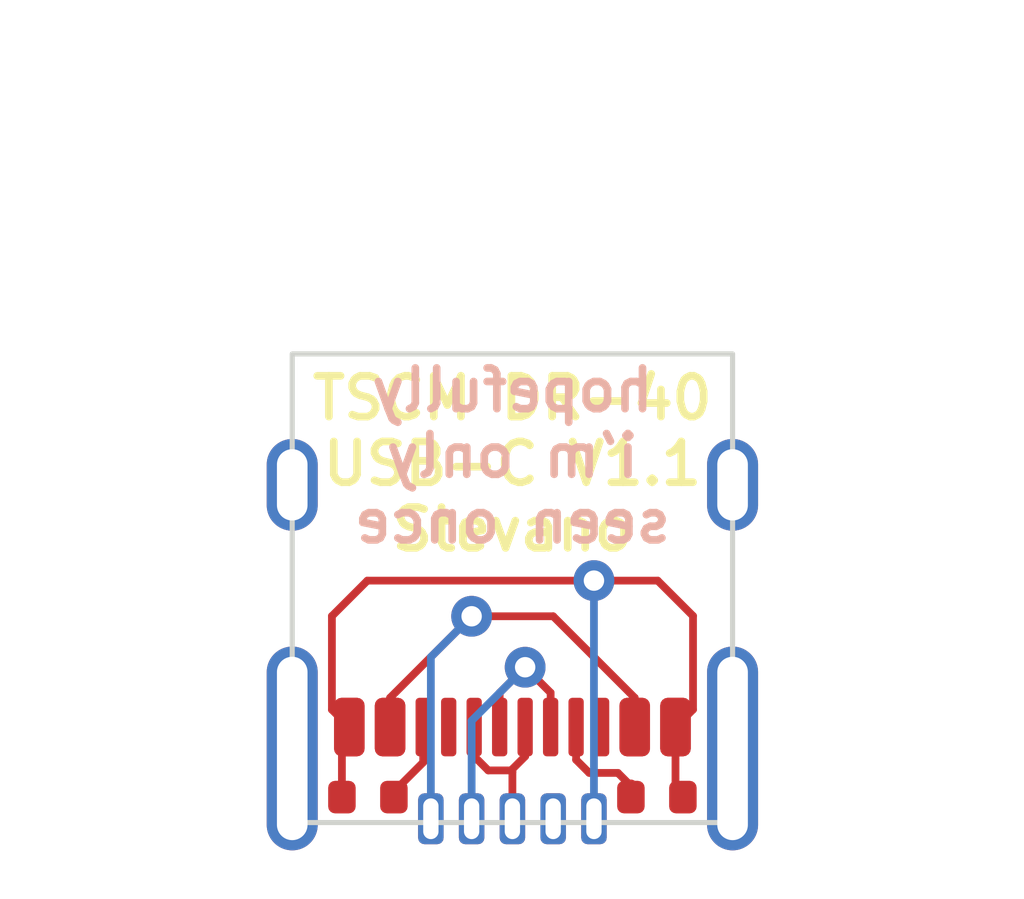
<source format=kicad_pcb>
(kicad_pcb (version 20221018) (generator pcbnew)
  (layers (0 "F.Cu" signal) (31 "B.Cu" signal) (34 "B.Paste" user) (35 "F.Paste" user) (36 "B.SilkS" user "B.Silkscreen") (37 "F.SilkS" user "F.Silkscreen") (38 "B.Mask" user) (39 "F.Mask" user) (44 "Edge.Cuts" user))
  (net 0 "")
  (net 1 "Net-(J1-VBUS)")
  (net 2 "Net-(J1-D-)")
  (net 3 "Net-(J1-D+)")
  (net 4 "Net-(J1-GND)")
  (net 5 "Net-(J2-CC1)")
  (net 6 "Net-(J2-CC2)")
  (footprint "Connector_USB:USB_C_Receptacle_GCT_USB4105-xx-A_16P_TopMnt_Horizontal" (layer "F.Cu") (at 64.4 68.645 180)
    (fp_text reference "J2" hide)
    (fp_text value "USB_C_Receptacle_USB2.0")
    (pad "" np_thru_hole circle (at -2.89 -2.605 180) (size 0.65 0.65) (drill 0.65) (layers "F&B.Cu" "*.Mask"))
    (pad "" np_thru_hole circle (at 2.89 -2.605 180) (size 0.65 0.65) (drill 0.65) (layers "F&B.Cu" "*.Mask"))
    (pad "A1" smd roundrect (at -3.2 -3.68 180) (size 0.6 1.15) (layers "F.Cu" "F.Paste" "F.Mask") (net 4 "Net-(J1-GND)"))
    (pad "A4" smd roundrect (at -2.4 -3.68 180) (size 0.6 1.15) (layers "F.Cu" "F.Paste" "F.Mask") (net 1 "Net-(J1-VBUS)"))
    (pad "A5" smd roundrect (at -1.25 -3.68 180) (size 0.3 1.15) (layers "F.Cu" "F.Paste" "F.Mask") (net 5 "Net-(J2-CC1)"))
    (pad "A6" smd roundrect (at -0.25 -3.68 180) (size 0.3 1.15) (layers "F.Cu" "F.Paste" "F.Mask") (net 3 "Net-(J1-D+)"))
    (pad "A7" smd roundrect (at 0.25 -3.68 180) (size 0.3 1.15) (layers "F.Cu" "F.Paste" "F.Mask") (net 2 "Net-(J1-D-)"))
    (pad "A8" smd roundrect (at 1.25 -3.68 180) (size 0.3 1.15) (layers "F.Cu" "F.Paste" "F.Mask"))
    (pad "A9" smd roundrect (at 2.4 -3.68 180) (size 0.6 1.15) (layers "F.Cu" "F.Paste" "F.Mask") (net 1 "Net-(J1-VBUS)"))
    (pad "A12" smd roundrect (at 3.2 -3.68 180) (size 0.6 1.15) (layers "F.Cu" "F.Paste" "F.Mask") (net 4 "Net-(J1-GND)"))
    (pad "B1" smd roundrect (at 3.2 -3.68 180) (size 0.6 1.15) (layers "F.Cu" "F.Paste" "F.Mask") (net 4 "Net-(J1-GND)"))
    (pad "B4" smd roundrect (at 2.4 -3.68 180) (size 0.6 1.15) (layers "F.Cu" "F.Paste" "F.Mask") (net 1 "Net-(J1-VBUS)"))
    (pad "B5" smd roundrect (at 1.75 -3.68 180) (size 0.3 1.15) (layers "F.Cu" "F.Paste" "F.Mask") (net 6 "Net-(J2-CC2)"))
    (pad "B6" smd roundrect (at 0.75 -3.68 180) (size 0.3 1.15) (layers "F.Cu" "F.Paste" "F.Mask") (net 3 "Net-(J1-D+)"))
    (pad "B7" smd roundrect (at -0.75 -3.68 180) (size 0.3 1.15) (layers "F.Cu" "F.Paste" "F.Mask") (net 2 "Net-(J1-D-)"))
    (pad "B8" smd roundrect (at -1.75 -3.68 180) (size 0.3 1.15) (layers "F.Cu" "F.Paste" "F.Mask"))
    (pad "B9" smd roundrect (at -2.4 -3.68 180) (size 0.6 1.15) (layers "F.Cu" "F.Paste" "F.Mask") (net 1 "Net-(J1-VBUS)"))
    (pad "B12" smd roundrect (at -3.2 -3.68 180) (size 0.6 1.15) (layers "F.Cu" "F.Paste" "F.Mask") (net 4 "Net-(J1-GND)"))
    (pad "S1" thru_hole oval (at -4.32 -4.1 180) (size 1 4) (drill oval 0.6 3.6) (property pad_prop_castellated) (layers "*.Cu" "*.Mask" "F.Paste"))
    (pad "S1" thru_hole oval (at -4.32 1.075 180) (size 1 1.8) (drill oval 0.6 1.4) (property pad_prop_castellated) (layers "*.Cu" "*.Mask" "F.Paste"))
    (pad "S1" thru_hole oval (at 4.32 -4.1 180) (size 1 4) (drill oval 0.6 3.6) (property pad_prop_castellated) (layers "*.Cu" "*.Mask" "F.Paste"))
    (pad "S1" thru_hole oval (at 4.32 1.075 180) (size 1 1.8) (drill oval 0.6 1.4) (property pad_prop_castellated) (layers "*.Cu" "*.Mask" "F.Paste"))
  )
  (footprint "Resistor_SMD:R_0402_1005Metric" (layer "F.Cu") (at 61.565 73.7 180)
    (fp_text reference "R2" hide)
    (fp_text value "5.1K")
    (pad "1" smd roundrect (at -0.51 0 180) (size 0.54 0.64) (layers "F.Cu" "F.Paste" "F.Mask") (net 6 "Net-(J2-CC2)"))
    (pad "2" smd roundrect (at 0.51 0 180) (size 0.54 0.64) (layers "F.Cu" "F.Paste" "F.Mask") (net 4 "Net-(J1-GND)"))
  )
  (footprint "Resistor_SMD:R_0402_1005Metric" (layer "F.Cu") (at 67.235 73.7)
    (fp_text reference "R1" hide)
    (fp_text value "5.1K")
    (pad "1" smd roundrect (at -0.51 0) (size 0.54 0.64) (layers "F.Cu" "F.Paste" "F.Mask") (net 5 "Net-(J2-CC1)"))
    (pad "2" smd roundrect (at 0.51 0) (size 0.54 0.64) (layers "F.Cu" "F.Paste" "F.Mask") (net 4 "Net-(J1-GND)"))
  )
  (footprint "Connector_USB:USB_Mini-B_Wuerth_65100516121_Horizontal" (layer "B.Cu") (at 64.4 72.275)
    (fp_text reference "J1" hide)
    (fp_text value "USB_B_Mini")
    (pad "1" thru_hole roundrect (at -1.6 1.85) (size 0.5 1) (drill oval 0.3 0.8) (property pad_prop_castellated) (layers "*.Cu" "*.Mask") (net 1 "Net-(J1-VBUS)"))
    (pad "2" thru_hole roundrect (at -0.8 1.85) (size 0.5 1) (drill oval 0.3 0.8) (property pad_prop_castellated) (layers "*.Cu" "*.Mask") (net 2 "Net-(J1-D-)"))
    (pad "3" thru_hole roundrect (at 0 1.85) (size 0.5 1) (drill oval 0.3 0.8) (property pad_prop_castellated) (layers "*.Cu" "*.Mask") (net 3 "Net-(J1-D+)"))
    (pad "4" thru_hole roundrect (at 0.8 1.85) (size 0.5 1) (drill oval 0.3 0.8) (property pad_prop_castellated) (layers "*.Cu" "*.Mask"))
    (pad "5" thru_hole roundrect (at 1.6 1.85) (size 0.5 1) (drill oval 0.3 0.8) (property pad_prop_castellated) (layers "*.Cu" "*.Mask") (net 4 "Net-(J1-GND)"))
  )
  (gr_rect locked (start 60.08 65) (end 68.72 74.2) (stroke (width 0.1)) (fill none) (layer "Edge.Cuts"))
  (gr_text "hopefully\ni'm only\nseen once\n" (at 64.4 67) (layer "B.SilkS") (effects (font (size 0.8 0.8)) (justify mirror)))
  (gr_text "TSCM DR-40\nUSB-C V1.1\nStevano" (at 64.4 65.4) (layer "F.SilkS") (effects (font (size 0.8 0.8) (thickness 0.15) bold) (justify top)))
  (segment (start 66.8 72.325) (end 66.8 71.750001) (width 0.1524) (layer "F.Cu") (net 1))
  (segment (start 62 72.325) (end 62 71.750001) (width 0.1524) (layer "F.Cu") (net 1))
  (segment (start 65.199999 70.15) (end 63.6 70.15) (width 0.1524) (layer "F.Cu") (net 1))
  (segment (start 62 71.750001) (end 63.6 70.15) (width 0.1524) (layer "F.Cu") (net 1))
  (segment (start 66.8 71.750001) (end 65.199999 70.15) (width 0.1524) (layer "F.Cu") (net 1))
  (via (at 63.6 70.15) (size 0.8) (drill 0.4) (layers "F.Cu" "B.Cu") (net 1))
  (segment (start 63.6 70.15) (end 62.8 70.95) (width 0.1524) (layer "B.Cu") (net 1))
  (segment (start 62.8 70.95) (end 62.8 74) (width 0.1524) (layer "B.Cu") (net 1))
  (segment (start 65.15 72.325) (end 65.15 71.6505) (width 0.1524) (layer "F.Cu") (net 2))
  (segment (start 65.15 71.6505) (end 64.65 71.1505) (width 0.1524) (layer "F.Cu") (net 2))
  (segment (start 64.15 72.325) (end 64.15 71.6505) (width 0.1524) (layer "F.Cu") (net 2))
  (segment (start 64.15 71.6505) (end 64.65 71.1505) (width 0.1524) (layer "F.Cu") (net 2))
  (via (at 64.65 71.1505) (size 0.8) (drill 0.4) (layers "F.Cu" "B.Cu") (net 2))
  (segment (start 63.6 72.2005) (end 63.6 74) (width 0.1524) (layer "B.Cu") (net 2))
  (segment (start 64.65 71.1505) (end 63.6 72.2005) (width 0.1524) (layer "B.Cu") (net 2))
  (segment (start 64.4 74) (end 64.4 73.202401) (width 0.1524) (layer "F.Cu") (net 3))
  (segment (start 63.65 72.899999) (end 63.65 72.325) (width 0.1524) (layer "F.Cu") (net 3))
  (segment (start 64.65 72.325) (end 64.65 72.899999) (width 0.1524) (layer "F.Cu") (net 3))
  (segment (start 64.373799 73.1762) (end 63.926201 73.1762) (width 0.1524) (layer "F.Cu") (net 3))
  (segment (start 64.4 73.202401) (end 64.373799 73.1762) (width 0.1524) (layer "F.Cu") (net 3))
  (segment (start 64.399999 73.15) (end 64.373799 73.1762) (width 0.1524) (layer "F.Cu") (net 3))
  (segment (start 64.65 72.899999) (end 64.399999 73.15) (width 0.1524) (layer "F.Cu") (net 3))
  (segment (start 63.926201 73.1762) (end 63.65 72.899999) (width 0.1524) (layer "F.Cu") (net 3))
  (segment (start 67.9438 71.9812) (end 67.6 72.325) (width 0.1524) (layer "F.Cu") (net 4))
  (segment (start 60.8588 70.1462) (end 61.555 69.45) (width 0.1524) (layer "F.Cu") (net 4))
  (segment (start 61.555 69.45) (end 66 69.45) (width 0.1524) (layer "F.Cu") (net 4))
  (segment (start 67.25 69.45) (end 66 69.45) (width 0.1524) (layer "F.Cu") (net 4))
  (segment (start 61.055 72.47) (end 61.2 72.325) (width 0.25) (layer "F.Cu") (net 4))
  (segment (start 67.6 73.655) (end 67.745 73.8) (width 0.1524) (layer "F.Cu") (net 4))
  (segment (start 60.8588 71.9838) (end 61.2 72.325) (width 0.1524) (layer "F.Cu") (net 4))
  (segment (start 67.9438 70.1438) (end 67.25 69.45) (width 0.1524) (layer "F.Cu") (net 4))
  (segment (start 60.8588 70.1462) (end 60.8588 71.9838) (width 0.1524) (layer "F.Cu") (net 4))
  (segment (start 67.6 72.325) (end 67.6 73.655) (width 0.1524) (layer "F.Cu") (net 4))
  (segment (start 61.055 73.8) (end 61.055 72.47) (width 0.1524) (layer "F.Cu") (net 4))
  (segment (start 67.9438 70.1438) (end 67.9438 71.9812) (width 0.1524) (layer "F.Cu") (net 4))
  (via (at 66 69.45) (size 0.8) (drill 0.4) (layers "F.Cu" "B.Cu") (net 4))
  (segment (start 66 69.45) (end 66 74) (width 0.1524) (layer "B.Cu") (net 4))
  (segment (start 66.469999 73.225) (end 65.907236 73.225) (width 0.1524) (layer "F.Cu") (net 5))
  (segment (start 65.907236 73.225) (end 65.65 72.967764) (width 0.1524) (layer "F.Cu") (net 5))
  (segment (start 65.65 72.967764) (end 65.65 72.325) (width 0.1524) (layer "F.Cu") (net 5))
  (segment (start 66.725 73.8) (end 66.725 73.480001) (width 0.25) (layer "F.Cu") (net 5))
  (segment (start 66.725 73.480001) (end 66.469999 73.225) (width 0.1524) (layer "F.Cu") (net 5))
  (segment (start 62.075 73.592764) (end 62.65 73.017764) (width 0.1524) (layer "F.Cu") (net 6))
  (segment (start 62.65 73.017764) (end 62.65 72.325) (width 0.1524) (layer "F.Cu") (net 6))
  (segment (start 61.925 73.754154) (end 61.925 73.8) (width 0.1524) (layer "F.Cu") (net 6))
  (segment (start 62.075 73.8) (end 62.075 73.592764) (width 0.25) (layer "F.Cu") (net 6))
)
</source>
